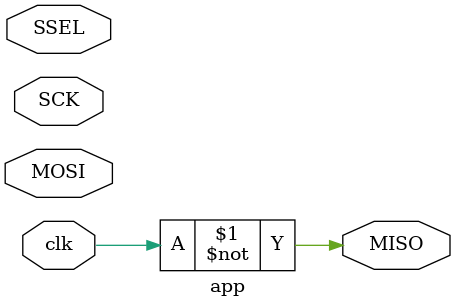
<source format=v>
module app (
    input wire clk,
    input wire SSEL,
    input wire MOSI,
    input wire SCK,
    output wire MISO
);

assign MISO = ~clk;

endmodule

</source>
